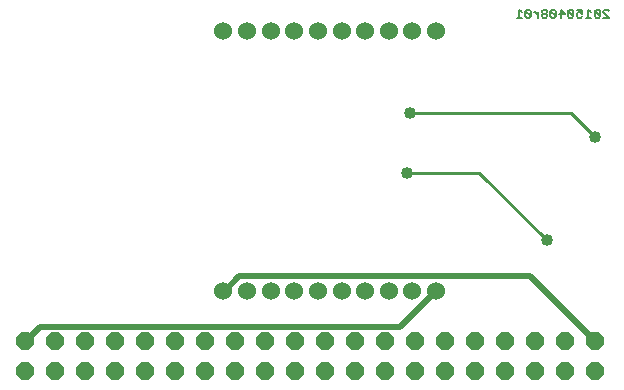
<source format=gbl>
G75*
G70*
%OFA0B0*%
%FSLAX24Y24*%
%IPPOS*%
%LPD*%
%AMOC8*
5,1,8,0,0,1.08239X$1,22.5*
%
%ADD10C,0.0050*%
%ADD11C,0.0600*%
%ADD12OC8,0.0600*%
%ADD13C,0.0200*%
%ADD14C,0.0100*%
%ADD15C,0.0400*%
D10*
X017497Y013192D02*
X017678Y013192D01*
X017588Y013192D02*
X017588Y013462D01*
X017678Y013372D01*
X017792Y013417D02*
X017792Y013237D01*
X017837Y013192D01*
X017927Y013192D01*
X017972Y013237D01*
X017792Y013417D01*
X017837Y013462D01*
X017927Y013462D01*
X017972Y013417D01*
X017972Y013237D01*
X018083Y013372D02*
X018128Y013372D01*
X018218Y013282D01*
X018218Y013192D02*
X018218Y013372D01*
X018332Y013372D02*
X018377Y013327D01*
X018467Y013327D01*
X018512Y013372D01*
X018512Y013417D01*
X018467Y013462D01*
X018377Y013462D01*
X018332Y013417D01*
X018332Y013372D01*
X018377Y013327D02*
X018332Y013282D01*
X018332Y013237D01*
X018377Y013192D01*
X018467Y013192D01*
X018512Y013237D01*
X018512Y013282D01*
X018467Y013327D01*
X018627Y013417D02*
X018807Y013237D01*
X018762Y013192D01*
X018672Y013192D01*
X018627Y013237D01*
X018627Y013417D01*
X018672Y013462D01*
X018762Y013462D01*
X018807Y013417D01*
X018807Y013237D01*
X018922Y013327D02*
X019102Y013327D01*
X018967Y013462D01*
X018967Y013192D01*
X019216Y013237D02*
X019216Y013417D01*
X019396Y013237D01*
X019351Y013192D01*
X019261Y013192D01*
X019216Y013237D01*
X019216Y013417D02*
X019261Y013462D01*
X019351Y013462D01*
X019396Y013417D01*
X019396Y013237D01*
X019511Y013237D02*
X019556Y013192D01*
X019646Y013192D01*
X019691Y013237D01*
X019691Y013327D02*
X019601Y013372D01*
X019556Y013372D01*
X019511Y013327D01*
X019511Y013237D01*
X019691Y013327D02*
X019691Y013462D01*
X019511Y013462D01*
X019896Y013462D02*
X019896Y013192D01*
X019986Y013192D02*
X019806Y013192D01*
X019986Y013372D02*
X019896Y013462D01*
X020100Y013417D02*
X020100Y013237D01*
X020145Y013192D01*
X020235Y013192D01*
X020280Y013237D01*
X020100Y013417D01*
X020145Y013462D01*
X020235Y013462D01*
X020280Y013417D01*
X020280Y013237D01*
X020395Y013192D02*
X020575Y013192D01*
X020395Y013372D01*
X020395Y013417D01*
X020440Y013462D01*
X020530Y013462D01*
X020575Y013417D01*
D11*
X014813Y012747D03*
X014025Y012747D03*
X013238Y012747D03*
X012450Y012747D03*
X011663Y012747D03*
X010876Y012747D03*
X010088Y012747D03*
X009301Y012747D03*
X008513Y012747D03*
X007726Y012747D03*
X007726Y004086D03*
X008513Y004086D03*
X009301Y004086D03*
X010088Y004086D03*
X010876Y004086D03*
X011663Y004086D03*
X012450Y004086D03*
X013238Y004086D03*
X014025Y004086D03*
X014813Y004086D03*
D12*
X001100Y001417D03*
X002100Y001417D03*
X003100Y001417D03*
X004100Y001417D03*
X005100Y001417D03*
X006100Y001417D03*
X007100Y001417D03*
X008100Y001417D03*
X009100Y001417D03*
X010100Y001417D03*
X011100Y001417D03*
X012100Y001417D03*
X013100Y001417D03*
X014100Y001417D03*
X015100Y001417D03*
X016100Y001417D03*
X017100Y001417D03*
X018100Y001417D03*
X019100Y001417D03*
X020100Y001417D03*
X020100Y002417D03*
X019100Y002417D03*
X018100Y002417D03*
X017100Y002417D03*
X016100Y002417D03*
X015100Y002417D03*
X014100Y002417D03*
X013100Y002417D03*
X012100Y002417D03*
X011100Y002417D03*
X010100Y002417D03*
X009100Y002417D03*
X008100Y002417D03*
X007100Y002417D03*
X006100Y002417D03*
X005100Y002417D03*
X004100Y002417D03*
X003100Y002417D03*
X002100Y002417D03*
X001100Y002417D03*
D13*
X001140Y002417D01*
X001620Y002897D01*
X013620Y002897D01*
X014740Y004017D01*
X014813Y004086D01*
X017940Y004577D02*
X008260Y004577D01*
X007780Y004097D01*
X007726Y004086D01*
X017940Y004577D02*
X020100Y002417D01*
D14*
X018500Y005777D02*
X016260Y008017D01*
X013860Y008017D01*
X013940Y010017D02*
X019300Y010017D01*
X020100Y009217D01*
D15*
X020100Y009217D03*
X018500Y005777D03*
X013860Y008017D03*
X013940Y010017D03*
M02*

</source>
